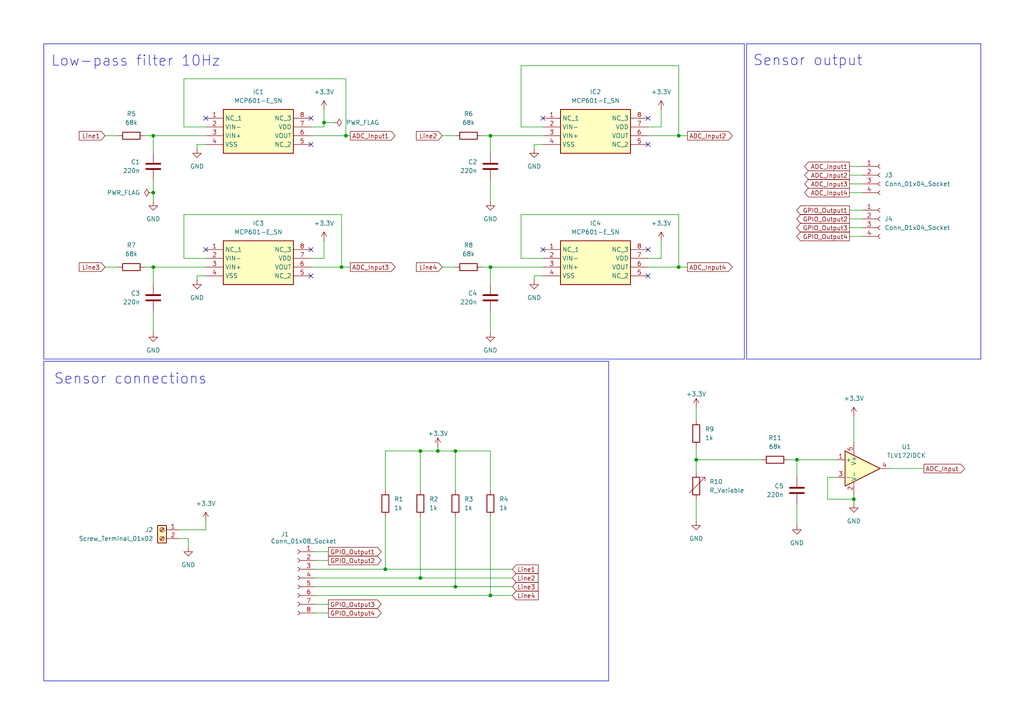
<source format=kicad_sch>
(kicad_sch (version 20231120) (generator "eeschema") (generator_version "8.0")
  (paper "A4")
  (lib_symbols
    (symbol "Amplifier_Operational:TLV172IDCK" (pin_names (offset 0.127))
      (property "Reference" "U" (at 7.62 2.54 0))
      (property "Value" "TLV172IDCK" (at 11.43 -2.54 0))
      (symbol "TLV172IDCK_0_1"
        (polyline (pts (xy -2.54 5.08) (xy -2.54 -5.08) (xy 7.62 0) (xy -2.54 5.08)) (stroke (width 0.254)) (fill (type background)))
      )
      (symbol "TLV172IDCK_1_1"
        (pin input line (at -5.08 2.54 0) (length 2.54) (name "+") (number "1"))
        (pin power_in line (at 0 -7.62 90) (length 3.81) (name "V-") (number "2"))
        (pin input line (at -5.08 -2.54 0) (length 2.54) (name "-") (number "3"))
        (pin output line (at 10.16 0 180) (length 2.54) (name "~") (number "4"))
        (pin power_in line (at 0 7.62 270) (length 3.81) (name "V+") (number "5"))
      )
    )
    (symbol "Connector:Conn_01x04_Socket" (pin_names (offset 1.016) hide)
      (property "Reference" "J" (at 0 5.08 0))
      (property "Value" "Conn_01x04_Socket" (at 0 -7.62 0))
      (symbol "Conn_01x04_Socket_1_1"
        (arc (start 0 -4.572) (mid -0.5058 -5.08) (end 0 -5.588) (stroke (width 0.1524)))
        (arc (start 0 -2.032) (mid -0.5058 -2.54) (end 0 -3.048) (stroke (width 0.1524)))
        (polyline (pts (xy -1.27 -5.08) (xy -0.508 -5.08)) (stroke (width 0.1524)))
        (polyline (pts (xy -1.27 -2.54) (xy -0.508 -2.54)) (stroke (width 0.1524)))
        (polyline (pts (xy -1.27 0) (xy -0.508 0)) (stroke (width 0.1524)))
        (polyline (pts (xy -1.27 2.54) (xy -0.508 2.54)) (stroke (width 0.1524)))
        (arc (start 0 0.508) (mid -0.5058 0) (end 0 -0.508) (stroke (width 0.1524)))
        (arc (start 0 3.048) (mid -0.5058 2.54) (end 0 2.032) (stroke (width 0.1524)))
        (pin passive line (at -5.08 2.54 0) (length 3.81) (name "Pin_1") (number "1"))
        (pin passive line (at -5.08 0 0) (length 3.81) (name "Pin_2") (number "2"))
        (pin passive line (at -5.08 -2.54 0) (length 3.81) (name "Pin_3") (number "3"))
        (pin passive line (at -5.08 -5.08 0) (length 3.81) (name "Pin_4") (number "4"))
      )
    )
    (symbol "Connector:Conn_01x08_Socket" (pin_names (offset 1.016) hide)
      (property "Reference" "J" (at 0 10.16 0))
      (property "Value" "Conn_01x08_Socket" (at 0 -12.7 0))
      (symbol "Conn_01x08_Socket_1_1"
        (arc (start 0 -9.652) (mid -0.5058 -10.16) (end 0 -10.668) (stroke (width 0.1524)))
        (arc (start 0 -7.112) (mid -0.5058 -7.62) (end 0 -8.128) (stroke (width 0.1524)))
        (arc (start 0 -4.572) (mid -0.5058 -5.08) (end 0 -5.588) (stroke (width 0.1524)))
        (arc (start 0 -2.032) (mid -0.5058 -2.54) (end 0 -3.048) (stroke (width 0.1524)))
        (polyline (pts (xy -1.27 -10.16) (xy -0.508 -10.16)) (stroke (width 0.1524)))
        (polyline (pts (xy -1.27 -7.62) (xy -0.508 -7.62)) (stroke (width 0.1524)))
        (polyline (pts (xy -1.27 -5.08) (xy -0.508 -5.08)) (stroke (width 0.1524)))
        (polyline (pts (xy -1.27 -2.54) (xy -0.508 -2.54)) (stroke (width 0.1524)))
        (polyline (pts (xy -1.27 0) (xy -0.508 0)) (stroke (width 0.1524)))
        (polyline (pts (xy -1.27 2.54) (xy -0.508 2.54)) (stroke (width 0.1524)))
        (polyline (pts (xy -1.27 5.08) (xy -0.508 5.08)) (stroke (width 0.1524)))
        (polyline (pts (xy -1.27 7.62) (xy -0.508 7.62)) (stroke (width 0.1524)))
        (arc (start 0 0.508) (mid -0.5058 0) (end 0 -0.508) (stroke (width 0.1524)))
        (arc (start 0 3.048) (mid -0.5058 2.54) (end 0 2.032) (stroke (width 0.1524)))
        (arc (start 0 5.588) (mid -0.5058 5.08) (end 0 4.572) (stroke (width 0.1524)))
        (arc (start 0 8.128) (mid -0.5058 7.62) (end 0 7.112) (stroke (width 0.1524)))
        (pin passive line (at -5.08 7.62 0) (length 3.81) (name "Pin_1") (number "1"))
        (pin passive line (at -5.08 5.08 0) (length 3.81) (name "Pin_2") (number "2"))
        (pin passive line (at -5.08 2.54 0) (length 3.81) (name "Pin_3") (number "3"))
        (pin passive line (at -5.08 0 0) (length 3.81) (name "Pin_4") (number "4"))
        (pin passive line (at -5.08 -2.54 0) (length 3.81) (name "Pin_5") (number "5"))
        (pin passive line (at -5.08 -5.08 0) (length 3.81) (name "Pin_6") (number "6"))
        (pin passive line (at -5.08 -7.62 0) (length 3.81) (name "Pin_7") (number "7"))
        (pin passive line (at -5.08 -10.16 0) (length 3.81) (name "Pin_8") (number "8"))
      )
    )
    (symbol "Connector:Screw_Terminal_01x02" (pin_names (offset 1.016) hide)
      (property "Reference" "J" (at 0 2.54 0))
      (property "Value" "Screw_Terminal_01x02" (at 0 -5.08 0))
      (symbol "Screw_Terminal_01x02_1_1"
        (rectangle (start -1.27 1.27) (end 1.27 -3.81) (stroke (width 0.254)) (fill (type background)))
        (circle (center 0 -2.54) (radius 0.635) (stroke (width 0.1524)))
        (polyline (pts (xy -0.5334 -2.2098) (xy 0.3302 -3.048)) (stroke (width 0.1524)))
        (polyline (pts (xy -0.5334 0.3302) (xy 0.3302 -0.508)) (stroke (width 0.1524)))
        (polyline (pts (xy -0.3556 -2.032) (xy 0.508 -2.8702)) (stroke (width 0.1524)))
        (polyline (pts (xy -0.3556 0.508) (xy 0.508 -0.3302)) (stroke (width 0.1524)))
        (circle (center 0 0) (radius 0.635) (stroke (width 0.1524)))
        (pin passive line (at -5.08 0 0) (length 3.81) (name "Pin_1") (number "1"))
        (pin passive line (at -5.08 -2.54 0) (length 3.81) (name "Pin_2") (number "2"))
      )
    )
    (symbol "Device:C" (pin_numbers hide) (pin_names (offset 0.254))
      (property "Reference" "C" (at 0.635 2.54 0))
      (property "Value" "C" (at 0.635 -2.54 0))
      (symbol "C_0_1"
        (polyline (pts (xy -2.032 -0.762) (xy 2.032 -0.762)) (stroke (width 0.508)))
        (polyline (pts (xy -2.032 0.762) (xy 2.032 0.762)) (stroke (width 0.508)))
      )
      (symbol "C_1_1"
        (pin passive line (at 0 3.81 270) (length 2.794) (name "~") (number "1"))
        (pin passive line (at 0 -3.81 90) (length 2.794) (name "~") (number "2"))
      )
    )
    (symbol "Device:R" (pin_numbers hide) (pin_names (offset 0))
      (property "Reference" "R" (at 2.032 0 90))
      (property "Value" "R" (at 0 0 90))
      (symbol "R_0_1"
        (rectangle (start -1.016 -2.54) (end 1.016 2.54) (stroke (width 0.254)))
      )
      (symbol "R_1_1"
        (pin passive line (at 0 3.81 270) (length 1.27) (name "~") (number "1"))
        (pin passive line (at 0 -3.81 90) (length 1.27) (name "~") (number "2"))
      )
    )
    (symbol "Device:R_Variable" (pin_numbers hide) (pin_names (offset 0))
      (property "Reference" "R" (at 2.54 -2.54 90))
      (property "Value" "R_Variable" (at -2.54 -1.27 90))
      (symbol "R_Variable_0_1"
        (rectangle (start -1.016 -2.54) (end 1.016 2.54) (stroke (width 0.254)))
        (polyline (pts (xy 2.54 1.524) (xy 2.54 2.54) (xy 1.524 2.54) (xy 2.54 2.54) (xy -2.032 -2.032)))
      )
      (symbol "R_Variable_1_1"
        (pin passive line (at 0 3.81 270) (length 1.27) (name "~") (number "1"))
        (pin passive line (at 0 -3.81 90) (length 1.27) (name "~") (number "2"))
      )
    )
    (symbol "MCP601-E_SN:MCP601-E_SN"
      (property "Reference" "IC" (at 26.67 7.62 0))
      (property "Value" "MCP601-E_SN" (at 26.67 5.08 0))
      (symbol "MCP601-E_SN_1_1"
        (rectangle (start 5.08 2.54) (end 25.4 -10.16) (stroke (width 0.254)) (fill (type background)))
        (pin passive line (at 0 0 0) (length 5.08) (name "NC_1") (number "1"))
        (pin passive line (at 0 -2.54 0) (length 5.08) (name "VIN-") (number "2"))
        (pin passive line (at 0 -5.08 0) (length 5.08) (name "VIN+") (number "3"))
        (pin passive line (at 0 -7.62 0) (length 5.08) (name "VSS") (number "4"))
        (pin passive line (at 30.48 -7.62 180) (length 5.08) (name "NC_2") (number "5"))
        (pin passive line (at 30.48 -5.08 180) (length 5.08) (name "VOUT") (number "6"))
        (pin passive line (at 30.48 -2.54 180) (length 5.08) (name "VDD") (number "7"))
        (pin passive line (at 30.48 0 180) (length 5.08) (name "NC_3") (number "8"))
      )
    )
    (symbol "power:+3.3V" (power) (pin_numbers hide) (pin_names (offset 0) hide)
      (property "Value" "+3.3V" (at 0 3.556 0))
      (symbol "+3.3V_0_1"
        (polyline (pts (xy -0.762 1.27) (xy 0 2.54)))
        (polyline (pts (xy 0 0) (xy 0 2.54)))
        (polyline (pts (xy 0 2.54) (xy 0.762 1.27)))
      )
      (symbol "+3.3V_1_1"
        (pin power_in line (at 0 0 90) (length 0) (name "~") (number "1"))
      )
    )
    (symbol "power:GND" (power) (pin_numbers hide) (pin_names (offset 0) hide)
      (property "Value" "GND" (at 0 -3.81 0))
      (symbol "GND_0_1"
        (polyline (pts (xy 0 0) (xy 0 -1.27) (xy 1.27 -1.27) (xy 0 -2.54) (xy -1.27 -1.27) (xy 0 -1.27)))
      )
      (symbol "GND_1_1"
        (pin power_in line (at 0 0 270) (length 0) (name "~") (number "1"))
      )
    )
    (symbol "power:PWR_FLAG" (power) (pin_numbers hide) (pin_names (offset 0) hide)
      (property "Value" "PWR_FLAG" (at 0 3.81 0))
      (symbol "PWR_FLAG_0_0"
        (pin power_out line (at 0 0 90) (length 0) (name "~") (number "1"))
      )
      (symbol "PWR_FLAG_0_1"
        (polyline (pts (xy 0 0) (xy 0 1.27) (xy -1.016 1.905) (xy 0 2.54) (xy 1.016 1.905) (xy 0 1.27)))
      )
    )
  )
  (junction (at 201.93 133.35))
  (junction (at 196.85 77.47))
  (junction (at 44.45 77.47))
  (junction (at 247.65 144.78))
  (junction (at 132.08 130.81))
  (junction (at 99.06 77.47))
  (junction (at 132.08 170.18))
  (junction (at 121.92 130.81))
  (junction (at 231.14 133.35))
  (junction (at 100.33 39.37))
  (junction (at 142.24 77.47))
  (junction (at 127 130.81))
  (junction (at 111.76 165.1))
  (junction (at 121.92 167.64))
  (junction (at 44.45 55.88))
  (junction (at 142.24 39.37))
  (junction (at 142.24 172.72))
  (junction (at 93.98 35.56))
  (junction (at 196.85 39.37))
  (junction (at 44.45 39.37))
  (no_connect (at 187.96 41.91))
  (no_connect (at 90.17 41.91))
  (no_connect (at 90.17 80.01))
  (no_connect (at 59.69 72.39))
  (no_connect (at 187.96 72.39))
  (no_connect (at 90.17 34.29))
  (no_connect (at 59.69 34.29))
  (no_connect (at 157.48 34.29))
  (no_connect (at 157.48 72.39))
  (no_connect (at 90.17 72.39))
  (no_connect (at 187.96 34.29))
  (no_connect (at 187.96 80.01))
  (wire (pts (xy 246.38 68.58) (xy 250.19 68.58)))
  (wire (pts (xy 228.6 133.35) (xy 231.14 133.35)))
  (wire (pts (xy 242.57 138.43) (xy 240.03 138.43)))
  (wire (pts (xy 151.13 62.23) (xy 196.85 62.23)))
  (wire (pts (xy 240.03 144.78) (xy 247.65 144.78)))
  (wire (pts (xy 91.44 165.1) (xy 111.76 165.1)))
  (wire (pts (xy 242.57 133.35) (xy 231.14 133.35)))
  (wire (pts (xy 127 130.81) (xy 121.92 130.81)))
  (wire (pts (xy 44.45 77.47) (xy 59.69 77.47)))
  (wire (pts (xy 111.76 130.81) (xy 111.76 142.24)))
  (wire (pts (xy 142.24 172.72) (xy 148.59 172.72)))
  (wire (pts (xy 99.06 77.47) (xy 101.6 77.47)))
  (wire (pts (xy 121.92 149.86) (xy 121.92 167.64)))
  (wire (pts (xy 201.93 144.78) (xy 201.93 151.13)))
  (wire (pts (xy 93.98 69.85) (xy 93.98 74.93)))
  (wire (pts (xy 44.45 52.07) (xy 44.45 55.88)))
  (wire (pts (xy 187.96 77.47) (xy 196.85 77.47)))
  (wire (pts (xy 246.38 55.88) (xy 250.19 55.88)))
  (wire (pts (xy 57.15 41.91) (xy 59.69 41.91)))
  (wire (pts (xy 231.14 133.35) (xy 231.14 138.43)))
  (wire (pts (xy 95.25 162.56) (xy 91.44 162.56)))
  (wire (pts (xy 257.81 135.89) (xy 267.97 135.89)))
  (wire (pts (xy 30.48 77.47) (xy 34.29 77.47)))
  (wire (pts (xy 151.13 19.05) (xy 196.85 19.05)))
  (wire (pts (xy 201.93 118.11) (xy 201.93 121.92)))
  (wire (pts (xy 54.61 156.21) (xy 52.07 156.21)))
  (wire (pts (xy 151.13 36.83) (xy 151.13 19.05)))
  (wire (pts (xy 96.52 35.56) (xy 93.98 35.56)))
  (wire (pts (xy 95.25 160.02) (xy 91.44 160.02)))
  (wire (pts (xy 154.94 81.28) (xy 154.94 80.01)))
  (wire (pts (xy 142.24 52.07) (xy 142.24 58.42)))
  (wire (pts (xy 247.65 146.05) (xy 247.65 144.78)))
  (wire (pts (xy 196.85 62.23) (xy 196.85 77.47)))
  (wire (pts (xy 142.24 149.86) (xy 142.24 172.72)))
  (wire (pts (xy 90.17 77.47) (xy 99.06 77.47)))
  (wire (pts (xy 151.13 74.93) (xy 151.13 62.23)))
  (wire (pts (xy 121.92 130.81) (xy 111.76 130.81)))
  (wire (pts (xy 53.34 74.93) (xy 53.34 62.23)))
  (wire (pts (xy 44.45 90.17) (xy 44.45 96.52)))
  (wire (pts (xy 121.92 142.24) (xy 121.92 130.81)))
  (wire (pts (xy 201.93 133.35) (xy 220.98 133.35)))
  (wire (pts (xy 247.65 144.78) (xy 247.65 143.51)))
  (wire (pts (xy 201.93 133.35) (xy 201.93 137.16)))
  (wire (pts (xy 142.24 90.17) (xy 142.24 96.52)))
  (wire (pts (xy 187.96 36.83) (xy 191.77 36.83)))
  (wire (pts (xy 154.94 41.91) (xy 157.48 41.91)))
  (wire (pts (xy 53.34 36.83) (xy 59.69 36.83)))
  (wire (pts (xy 57.15 80.01) (xy 59.69 80.01)))
  (wire (pts (xy 196.85 77.47) (xy 199.39 77.47)))
  (wire (pts (xy 196.85 19.05) (xy 196.85 39.37)))
  (wire (pts (xy 246.38 53.34) (xy 250.19 53.34)))
  (wire (pts (xy 142.24 130.81) (xy 132.08 130.81)))
  (wire (pts (xy 187.96 39.37) (xy 196.85 39.37)))
  (wire (pts (xy 91.44 170.18) (xy 132.08 170.18)))
  (wire (pts (xy 91.44 172.72) (xy 142.24 172.72)))
  (wire (pts (xy 111.76 149.86) (xy 111.76 165.1)))
  (wire (pts (xy 247.65 120.65) (xy 247.65 128.27)))
  (wire (pts (xy 142.24 44.45) (xy 142.24 39.37)))
  (wire (pts (xy 44.45 55.88) (xy 44.45 58.42)))
  (wire (pts (xy 187.96 74.93) (xy 191.77 74.93)))
  (wire (pts (xy 90.17 74.93) (xy 93.98 74.93)))
  (wire (pts (xy 95.25 177.8) (xy 91.44 177.8)))
  (wire (pts (xy 90.17 39.37) (xy 100.33 39.37)))
  (wire (pts (xy 57.15 43.18) (xy 57.15 41.91)))
  (wire (pts (xy 57.15 81.28) (xy 57.15 80.01)))
  (wire (pts (xy 54.61 158.75) (xy 54.61 156.21)))
  (wire (pts (xy 41.91 77.47) (xy 44.45 77.47)))
  (wire (pts (xy 100.33 39.37) (xy 101.6 39.37)))
  (wire (pts (xy 151.13 36.83) (xy 157.48 36.83)))
  (wire (pts (xy 111.76 165.1) (xy 148.59 165.1)))
  (wire (pts (xy 191.77 31.75) (xy 191.77 36.83)))
  (wire (pts (xy 246.38 60.96) (xy 250.19 60.96)))
  (wire (pts (xy 148.59 170.18) (xy 132.08 170.18)))
  (wire (pts (xy 53.34 74.93) (xy 59.69 74.93)))
  (wire (pts (xy 142.24 39.37) (xy 157.48 39.37)))
  (wire (pts (xy 139.7 39.37) (xy 142.24 39.37)))
  (wire (pts (xy 121.92 167.64) (xy 148.59 167.64)))
  (wire (pts (xy 246.38 50.8) (xy 250.19 50.8)))
  (wire (pts (xy 53.34 36.83) (xy 53.34 22.86)))
  (wire (pts (xy 93.98 35.56) (xy 93.98 36.83)))
  (wire (pts (xy 52.07 153.67) (xy 59.69 153.67)))
  (wire (pts (xy 151.13 74.93) (xy 157.48 74.93)))
  (wire (pts (xy 53.34 62.23) (xy 99.06 62.23)))
  (wire (pts (xy 142.24 77.47) (xy 157.48 77.47)))
  (wire (pts (xy 90.17 36.83) (xy 93.98 36.83)))
  (wire (pts (xy 127 129.54) (xy 127 130.81)))
  (wire (pts (xy 132.08 149.86) (xy 132.08 170.18)))
  (wire (pts (xy 91.44 167.64) (xy 121.92 167.64)))
  (wire (pts (xy 95.25 175.26) (xy 91.44 175.26)))
  (wire (pts (xy 142.24 142.24) (xy 142.24 130.81)))
  (wire (pts (xy 132.08 130.81) (xy 127 130.81)))
  (wire (pts (xy 128.27 39.37) (xy 132.08 39.37)))
  (wire (pts (xy 132.08 142.24) (xy 132.08 130.81)))
  (wire (pts (xy 246.38 48.26) (xy 250.19 48.26)))
  (wire (pts (xy 142.24 82.55) (xy 142.24 77.47)))
  (wire (pts (xy 231.14 146.05) (xy 231.14 152.4)))
  (wire (pts (xy 99.06 62.23) (xy 99.06 77.47)))
  (wire (pts (xy 201.93 129.54) (xy 201.93 133.35)))
  (wire (pts (xy 196.85 39.37) (xy 199.39 39.37)))
  (wire (pts (xy 53.34 22.86) (xy 100.33 22.86)))
  (wire (pts (xy 240.03 138.43) (xy 240.03 144.78)))
  (wire (pts (xy 30.48 39.37) (xy 34.29 39.37)))
  (wire (pts (xy 41.91 39.37) (xy 44.45 39.37)))
  (wire (pts (xy 44.45 82.55) (xy 44.45 77.47)))
  (wire (pts (xy 191.77 69.85) (xy 191.77 74.93)))
  (wire (pts (xy 44.45 39.37) (xy 59.69 39.37)))
  (wire (pts (xy 154.94 80.01) (xy 157.48 80.01)))
  (wire (pts (xy 59.69 153.67) (xy 59.69 151.13)))
  (wire (pts (xy 100.33 22.86) (xy 100.33 39.37)))
  (wire (pts (xy 128.27 77.47) (xy 132.08 77.47)))
  (wire (pts (xy 154.94 43.18) (xy 154.94 41.91)))
  (wire (pts (xy 139.7 77.47) (xy 142.24 77.47)))
  (wire (pts (xy 246.38 63.5) (xy 250.19 63.5)))
  (wire (pts (xy 246.38 66.04) (xy 250.19 66.04)))
  (wire (pts (xy 44.45 44.45) (xy 44.45 39.37)))
  (wire (pts (xy 93.98 31.75) (xy 93.98 35.56)))
  (rectangle (start 12.7 104.775) (end 176.53 197.485))
  (rectangle (start 12.7 12.7) (end 215.9 104.14))
  (rectangle (start 216.535 12.7) (end 284.48 104.14))
  (text "Sensor connections\n\n\n" (at 37.846 114.808 0) (effects (font (size 3 3))))
  (text "Low-pass filter 10Hz" (at 39.37 17.78 0) (effects (font (size 3 3))))
  (text "Sensor output \n\n" (at 235.458 20.066 0) (effects (font (size 3 3))))
  (global_label "Line3" (shape input) (at 148.59 170.18 0) (property "Intersheetrefs" "${INTERSHEET_REFS}" (effects (hide yes))))
  (global_label "Line1" (shape input) (at 30.48 39.37 180) (property "Intersheetrefs" "${INTERSHEET_REFS}" (effects (hide yes))))
  (global_label "GPIO_Output2" (shape output) (at 246.38 63.5 180) (property "Intersheetrefs" "${INTERSHEET_REFS}" (effects (hide yes))))
  (global_label "GPIO_Output3" (shape output) (at 246.38 66.04 180) (property "Intersheetrefs" "${INTERSHEET_REFS}" (effects (hide yes))))
  (global_label "ADC_Input4" (shape output) (at 199.39 77.47 0) (property "Intersheetrefs" "${INTERSHEET_REFS}" (effects (hide yes))))
  (global_label "Line1" (shape input) (at 148.59 165.1 0) (property "Intersheetrefs" "${INTERSHEET_REFS}" (effects (hide yes))))
  (global_label "GPIO_Output2" (shape output) (at 95.25 162.56 0) (property "Intersheetrefs" "${INTERSHEET_REFS}" (effects (hide yes))))
  (global_label "Line2" (shape input) (at 148.59 167.64 0) (property "Intersheetrefs" "${INTERSHEET_REFS}" (effects (hide yes))))
  (global_label "ADC_Input1" (shape output) (at 246.38 48.26 180) (property "Intersheetrefs" "${INTERSHEET_REFS}" (effects (hide yes))))
  (global_label "Line3" (shape input) (at 30.48 77.47 180) (property "Intersheetrefs" "${INTERSHEET_REFS}" (effects (hide yes))))
  (global_label "ADC_Input1" (shape output) (at 101.6 39.37 0) (property "Intersheetrefs" "${INTERSHEET_REFS}" (effects (hide yes))))
  (global_label "Line4" (shape input) (at 128.27 77.47 180) (property "Intersheetrefs" "${INTERSHEET_REFS}" (effects (hide yes))))
  (global_label "Line2" (shape input) (at 128.27 39.37 180) (property "Intersheetrefs" "${INTERSHEET_REFS}" (effects (hide yes))))
  (global_label "Line4" (shape input) (at 148.59 172.72 0) (property "Intersheetrefs" "${INTERSHEET_REFS}" (effects (hide yes))))
  (global_label "ADC_Input2" (shape output) (at 246.38 50.8 180) (property "Intersheetrefs" "${INTERSHEET_REFS}" (effects (hide yes))))
  (global_label "ADC_Input4" (shape output) (at 246.38 55.88 180) (property "Intersheetrefs" "${INTERSHEET_REFS}" (effects (hide yes))))
  (global_label "GPIO_Output3" (shape output) (at 95.25 175.26 0) (property "Intersheetrefs" "${INTERSHEET_REFS}" (effects (hide yes))))
  (global_label "GPIO_Output1" (shape output) (at 95.25 160.02 0) (property "Intersheetrefs" "${INTERSHEET_REFS}" (effects (hide yes))))
  (global_label "ADC_Input2" (shape output) (at 199.39 39.37 0) (property "Intersheetrefs" "${INTERSHEET_REFS}" (effects (hide yes))))
  (global_label "GPIO_Output1" (shape output) (at 246.38 60.96 180) (property "Intersheetrefs" "${INTERSHEET_REFS}" (effects (hide yes))))
  (global_label "ADC_Input3" (shape output) (at 246.38 53.34 180) (property "Intersheetrefs" "${INTERSHEET_REFS}" (effects (hide yes))))
  (global_label "GPIO_Output4" (shape output) (at 246.38 68.58 180) (property "Intersheetrefs" "${INTERSHEET_REFS}" (effects (hide yes))))
  (global_label "ADC_Input3" (shape output) (at 101.6 77.47 0) (property "Intersheetrefs" "${INTERSHEET_REFS}" (effects (hide yes))))
  (global_label "GPIO_Output4" (shape output) (at 95.25 177.8 0) (property "Intersheetrefs" "${INTERSHEET_REFS}" (effects (hide yes))))
  (global_label "ADC_Input" (shape output) (at 267.97 135.89 0) (property "Intersheetrefs" "${INTERSHEET_REFS}" (effects (hide yes))))
  (symbol (lib_id "Device:R_Variable") (at 201.93 140.97 0) (unit 1) (on_board no)
    (property "Reference" "R10" (at 205.74 139.6999 0) (effects (justify left)))
    (property "Value" "R_Variable" (at 205.74 142.2399 0) (effects (justify left)))
    (property "Description" "Variable resistor" (effects (hide yes)))
  )
  (symbol (lib_id "Device:R") (at 121.92 146.05 180) (unit 1)
    (property "Reference" "R2" (at 124.46 144.7799 0) (effects (justify right)))
    (property "Value" "1k" (at 124.46 147.3199 0) (effects (justify right)))
    (property "Footprint" "Resistor_THT:R_Axial_DIN0207_L6.3mm_D2.5mm_P7.62mm_Horizontal" (effects (hide yes)))
    (property "Description" "Resistor" (effects (hide yes)))
  )
  (symbol (lib_id "Connector:Conn_01x08_Socket") (at 86.36 167.64 0) (mirror y) (unit 1)
    (property "Reference" "J1" (at 83.82 154.94 0) (effects (justify left)))
    (property "Value" "Conn_01x08_Socket" (at 97.536 156.972 0) (effects (justify left)))
    (property "Footprint" "Connector_PinSocket_2.54mm:PinSocket_1x08_P2.54mm_Vertical" (effects (hide yes)))
    (property "Description" "Generic connector, single row, 01x08, script generated" (effects (hide yes)))
  )
  (symbol (lib_id "power:GND") (at 201.93 151.13 0) (unit 1) (on_board no)
    (property "Reference" "#PWR021" (effects (hide yes)))
    (property "Value" "GND" (at 201.93 156.21 0))
    (property "Description" "Power symbol creates a global label with name \"GND\" , ground" (effects (hide yes)))
  )
  (symbol (lib_id "power:GND") (at 142.24 96.52 0) (unit 1)
    (property "Reference" "#PWR012" (effects (hide yes)))
    (property "Value" "GND" (at 142.24 101.6 0))
    (property "Description" "Power symbol creates a global label with name \"GND\" , ground" (effects (hide yes)))
  )
  (symbol (lib_id "Connector:Conn_01x04_Socket") (at 255.27 63.5 0) (unit 1)
    (property "Reference" "J4" (at 256.54 63.4999 0) (effects (justify left)))
    (property "Value" "Conn_01x04_Socket" (at 256.54 66.0399 0) (effects (justify left)))
    (property "Footprint" "Connector_PinSocket_2.54mm:PinSocket_1x04_P2.54mm_Vertical" (effects (hide yes)))
    (property "Description" "Generic connector, single row, 01x04, script generated" (effects (hide yes)))
  )
  (symbol (lib_id "Device:C") (at 231.14 142.24 0) (mirror y) (unit 1) (on_board no)
    (property "Reference" "C5" (at 227.33 140.9699 0) (effects (justify left)))
    (property "Value" "220n" (at 227.33 143.5099 0) (effects (justify left)))
    (property "Footprint" "Capacitor_THT:CP_Radial_Tantal_D4.5mm_P2.50mm" (effects (hide yes)))
    (property "Description" "Unpolarized capacitor" (effects (hide yes)))
  )
  (symbol (lib_id "MCP601-E_SN:MCP601-E_SN") (at 157.48 34.29 0) (unit 1)
    (property "Reference" "IC2" (at 172.72 26.67 0))
    (property "Value" "MCP601-E_SN" (at 172.72 29.21 0))
    (property "Footprint" "Imported:SOIC127P600X175-8N" (effects (hide yes)))
    (property "Datasheet" "https://componentsearchengine.com/Datasheets/1/MCP601-E_SN.pdf" (effects (hide yes)))
    (property "Description" "MCP601-E/SN Microchip, Op Amp, 2.8MHz, 2.7  6 V, 8-Pin SOIC" (effects (hide yes)))
    (property "Height" "1.75" (effects (hide yes)))
    (property "Mouser Part Number" "579-MCP601-E/SN" (effects (hide yes)))
    (property "Mouser Price/Stock" "https://www.mouser.co.uk/ProductDetail/Microchip-Technology/MCP601-E-SN?qs=t4j2cOJKO60oxA457%2F0qmQ%3D%3D" (effects (hide yes)))
    (property "Manufacturer_Name" "Microchip" (effects (hide yes)))
    (property "Manufacturer_Part_Number" "MCP601-E/SN" (effects (hide yes)))
  )
  (symbol (lib_id "MCP601-E_SN:MCP601-E_SN") (at 59.69 34.29 0) (unit 1)
    (property "Reference" "IC1" (at 74.93 26.67 0))
    (property "Value" "MCP601-E_SN" (at 74.93 29.21 0))
    (property "Footprint" "Imported:SOIC127P600X175-8N" (effects (hide yes)))
    (property "Datasheet" "https://componentsearchengine.com/Datasheets/1/MCP601-E_SN.pdf" (effects (hide yes)))
    (property "Description" "MCP601-E/SN Microchip, Op Amp, 2.8MHz, 2.7  6 V, 8-Pin SOIC" (effects (hide yes)))
    (property "Height" "1.75" (effects (hide yes)))
    (property "Mouser Part Number" "579-MCP601-E/SN" (effects (hide yes)))
    (property "Mouser Price/Stock" "https://www.mouser.co.uk/ProductDetail/Microchip-Technology/MCP601-E-SN?qs=t4j2cOJKO60oxA457%2F0qmQ%3D%3D" (effects (hide yes)))
    (property "Manufacturer_Name" "Microchip" (effects (hide yes)))
    (property "Manufacturer_Part_Number" "MCP601-E/SN" (effects (hide yes)))
  )
  (symbol (lib_id "Device:R") (at 135.89 77.47 90) (unit 1)
    (property "Reference" "R8" (at 135.89 71.12 90))
    (property "Value" "68k" (at 135.89 73.66 90))
    (property "Footprint" "Resistor_THT:R_Axial_DIN0207_L6.3mm_D2.5mm_P7.62mm_Horizontal" (effects (hide yes)))
    (property "Description" "Resistor" (effects (hide yes)))
  )
  (symbol (lib_id "power:PWR_FLAG") (at 44.45 55.88 90) (unit 1)
    (property "Reference" "#FLG02" (effects (hide yes)))
    (property "Value" "PWR_FLAG" (at 40.64 55.8799 90) (effects (justify left)))
    (property "Description" "Special symbol for telling ERC where power comes from" (effects (hide yes)))
  )
  (symbol (lib_id "Connector:Screw_Terminal_01x02") (at 46.99 153.67 0) (mirror y) (unit 1)
    (property "Reference" "J2" (at 44.45 153.6699 0) (effects (justify left)))
    (property "Value" "Screw_Terminal_01x02" (at 44.45 156.2099 0) (effects (justify left)))
    (property "Footprint" "TerminalBlock:TerminalBlock_MaiXu_MX126-5.0-02P_1x02_P5.00mm" (effects (hide yes)))
    (property "Description" "Generic screw terminal, single row, 01x02, script generated (kicad-library-utils/schlib/autogen/connector/)" (effects (hide yes)))
  )
  (symbol (lib_id "power:GND") (at 247.65 146.05 0) (unit 1) (on_board no)
    (property "Reference" "#PWR022" (effects (hide yes)))
    (property "Value" "GND" (at 247.65 151.13 0))
    (property "Description" "Power symbol creates a global label with name \"GND\" , ground" (effects (hide yes)))
  )
  (symbol (lib_id "Device:C") (at 142.24 48.26 0) (mirror y) (unit 1)
    (property "Reference" "C2" (at 138.43 46.9899 0) (effects (justify left)))
    (property "Value" "220n" (at 138.43 49.5299 0) (effects (justify left)))
    (property "Footprint" "Capacitor_THT:CP_Radial_Tantal_D4.5mm_P2.50mm" (effects (hide yes)))
    (property "Description" "Unpolarized capacitor" (effects (hide yes)))
  )
  (symbol (lib_id "power:PWR_FLAG") (at 96.52 35.56 270) (unit 1)
    (property "Reference" "#FLG01" (effects (hide yes)))
    (property "Value" "PWR_FLAG" (at 100.33 35.5599 90) (effects (justify left)))
    (property "Description" "Special symbol for telling ERC where power comes from" (effects (hide yes)))
  )
  (symbol (lib_id "Device:R") (at 142.24 146.05 180) (unit 1)
    (property "Reference" "R4" (at 144.78 144.7799 0) (effects (justify right)))
    (property "Value" "1k" (at 144.78 147.3199 0) (effects (justify right)))
    (property "Footprint" "Resistor_THT:R_Axial_DIN0207_L6.3mm_D2.5mm_P7.62mm_Horizontal" (effects (hide yes)))
    (property "Description" "Resistor" (effects (hide yes)))
  )
  (symbol (lib_id "power:GND") (at 57.15 81.28 0) (unit 1)
    (property "Reference" "#PWR09" (effects (hide yes)))
    (property "Value" "GND" (at 57.15 86.36 0))
    (property "Description" "Power symbol creates a global label with name \"GND\" , ground" (effects (hide yes)))
  )
  (symbol (lib_id "MCP601-E_SN:MCP601-E_SN") (at 59.69 72.39 0) (unit 1)
    (property "Reference" "IC3" (at 74.93 64.77 0))
    (property "Value" "MCP601-E_SN" (at 74.93 67.31 0))
    (property "Footprint" "Imported:SOIC127P600X175-8N" (effects (hide yes)))
    (property "Datasheet" "https://componentsearchengine.com/Datasheets/1/MCP601-E_SN.pdf" (effects (hide yes)))
    (property "Description" "MCP601-E/SN Microchip, Op Amp, 2.8MHz, 2.7  6 V, 8-Pin SOIC" (effects (hide yes)))
    (property "Height" "1.75" (effects (hide yes)))
    (property "Mouser Part Number" "579-MCP601-E/SN" (effects (hide yes)))
    (property "Mouser Price/Stock" "https://www.mouser.co.uk/ProductDetail/Microchip-Technology/MCP601-E-SN?qs=t4j2cOJKO60oxA457%2F0qmQ%3D%3D" (effects (hide yes)))
    (property "Manufacturer_Name" "Microchip" (effects (hide yes)))
    (property "Manufacturer_Part_Number" "MCP601-E/SN" (effects (hide yes)))
  )
  (symbol (lib_id "Device:C") (at 44.45 86.36 0) (mirror y) (unit 1)
    (property "Reference" "C3" (at 40.64 85.0899 0) (effects (justify left)))
    (property "Value" "220n" (at 40.64 87.6299 0) (effects (justify left)))
    (property "Footprint" "Capacitor_THT:CP_Radial_Tantal_D4.5mm_P2.50mm" (effects (hide yes)))
    (property "Description" "Unpolarized capacitor" (effects (hide yes)))
  )
  (symbol (lib_id "Device:R") (at 38.1 39.37 90) (unit 1)
    (property "Reference" "R5" (at 38.1 33.02 90))
    (property "Value" "68k" (at 38.1 35.56 90))
    (property "Footprint" "Resistor_THT:R_Axial_DIN0207_L6.3mm_D2.5mm_P7.62mm_Horizontal" (effects (hide yes)))
    (property "Description" "Resistor" (effects (hide yes)))
  )
  (symbol (lib_id "Device:C") (at 142.24 86.36 0) (mirror y) (unit 1)
    (property "Reference" "C4" (at 138.43 85.0899 0) (effects (justify left)))
    (property "Value" "220n" (at 138.43 87.6299 0) (effects (justify left)))
    (property "Footprint" "Capacitor_THT:CP_Radial_Tantal_D4.5mm_P2.50mm" (effects (hide yes)))
    (property "Description" "Unpolarized capacitor" (effects (hide yes)))
  )
  (symbol (lib_id "power:GND") (at 231.14 152.4 0) (unit 1) (on_board no)
    (property "Reference" "#PWR023" (effects (hide yes)))
    (property "Value" "GND" (at 231.14 157.48 0))
    (property "Description" "Power symbol creates a global label with name \"GND\" , ground" (effects (hide yes)))
  )
  (symbol (lib_id "Device:R") (at 38.1 77.47 90) (unit 1)
    (property "Reference" "R7" (at 38.1 71.12 90))
    (property "Value" "68k" (at 38.1 73.66 90))
    (property "Footprint" "Resistor_THT:R_Axial_DIN0207_L6.3mm_D2.5mm_P7.62mm_Horizontal" (effects (hide yes)))
    (property "Description" "Resistor" (effects (hide yes)))
  )
  (symbol (lib_id "MCP601-E_SN:MCP601-E_SN") (at 157.48 72.39 0) (unit 1)
    (property "Reference" "IC4" (at 172.72 64.77 0))
    (property "Value" "MCP601-E_SN" (at 172.72 67.31 0))
    (property "Footprint" "Imported:SOIC127P600X175-8N" (effects (hide yes)))
    (property "Datasheet" "https://componentsearchengine.com/Datasheets/1/MCP601-E_SN.pdf" (effects (hide yes)))
    (property "Description" "MCP601-E/SN Microchip, Op Amp, 2.8MHz, 2.7  6 V, 8-Pin SOIC" (effects (hide yes)))
    (property "Height" "1.75" (effects (hide yes)))
    (property "Mouser Part Number" "579-MCP601-E/SN" (effects (hide yes)))
    (property "Mouser Price/Stock" "https://www.mouser.co.uk/ProductDetail/Microchip-Technology/MCP601-E-SN?qs=t4j2cOJKO60oxA457%2F0qmQ%3D%3D" (effects (hide yes)))
    (property "Manufacturer_Name" "Microchip" (effects (hide yes)))
    (property "Manufacturer_Part_Number" "MCP601-E/SN" (effects (hide yes)))
  )
  (symbol (lib_id "Device:R") (at 201.93 125.73 180) (unit 1) (on_board no)
    (property "Reference" "R9" (at 204.47 124.4599 0) (effects (justify right)))
    (property "Value" "1k" (at 204.47 126.9999 0) (effects (justify right)))
    (property "Footprint" "Resistor_THT:R_Axial_DIN0207_L6.3mm_D2.5mm_P7.62mm_Horizontal" (effects (hide yes)))
    (property "Description" "Resistor" (effects (hide yes)))
  )
  (symbol (lib_id "power:+3.3V") (at 93.98 31.75 0) (unit 1)
    (property "Reference" "#PWR04" (effects (hide yes)))
    (property "Value" "+3.3V" (at 93.98 26.67 0))
    (property "Description" "Power symbol creates a global label with name \"+3.3V\"" (effects (hide yes)))
  )
  (symbol (lib_id "power:GND") (at 57.15 43.18 0) (unit 1)
    (property "Reference" "#PWR018" (effects (hide yes)))
    (property "Value" "GND" (at 57.15 48.26 0))
    (property "Description" "Power symbol creates a global label with name \"GND\" , ground" (effects (hide yes)))
  )
  (symbol (lib_id "Device:R") (at 135.89 39.37 90) (unit 1)
    (property "Reference" "R6" (at 135.89 33.02 90))
    (property "Value" "68k" (at 135.89 35.56 90))
    (property "Footprint" "Resistor_THT:R_Axial_DIN0207_L6.3mm_D2.5mm_P7.62mm_Horizontal" (effects (hide yes)))
    (property "Description" "Resistor" (effects (hide yes)))
  )
  (symbol (lib_id "power:GND") (at 154.94 43.18 0) (unit 1)
    (property "Reference" "#PWR05" (effects (hide yes)))
    (property "Value" "GND" (at 154.94 48.26 0))
    (property "Description" "Power symbol creates a global label with name \"GND\" , ground" (effects (hide yes)))
  )
  (symbol (lib_id "power:GND") (at 44.45 58.42 0) (unit 1)
    (property "Reference" "#PWR01" (effects (hide yes)))
    (property "Value" "GND" (at 44.45 63.5 0))
    (property "Description" "Power symbol creates a global label with name \"GND\" , ground" (effects (hide yes)))
  )
  (symbol (lib_id "power:GND") (at 44.45 96.52 0) (unit 1)
    (property "Reference" "#PWR08" (effects (hide yes)))
    (property "Value" "GND" (at 44.45 101.6 0))
    (property "Description" "Power symbol creates a global label with name \"GND\" , ground" (effects (hide yes)))
  )
  (symbol (lib_id "Device:R") (at 111.76 146.05 180) (unit 1)
    (property "Reference" "R1" (at 114.3 144.7799 0) (effects (justify right)))
    (property "Value" "1k" (at 114.3 147.3199 0) (effects (justify right)))
    (property "Footprint" "Resistor_THT:R_Axial_DIN0207_L6.3mm_D2.5mm_P7.62mm_Horizontal" (effects (hide yes)))
    (property "Description" "Resistor" (effects (hide yes)))
  )
  (symbol (lib_id "power:+3.3V") (at 191.77 69.85 0) (unit 1)
    (property "Reference" "#PWR015" (effects (hide yes)))
    (property "Value" "+3.3V" (at 191.77 64.77 0))
    (property "Description" "Power symbol creates a global label with name \"+3.3V\"" (effects (hide yes)))
  )
  (symbol (lib_id "power:GND") (at 142.24 58.42 0) (unit 1)
    (property "Reference" "#PWR02" (effects (hide yes)))
    (property "Value" "GND" (at 142.24 63.5 0))
    (property "Description" "Power symbol creates a global label with name \"GND\" , ground" (effects (hide yes)))
  )
  (symbol (lib_id "Connector:Conn_01x04_Socket") (at 255.27 50.8 0) (unit 1)
    (property "Reference" "J3" (at 256.54 50.7999 0) (effects (justify left)))
    (property "Value" "Conn_01x04_Socket" (at 256.54 53.3399 0) (effects (justify left)))
    (property "Footprint" "Connector_PinSocket_2.54mm:PinSocket_1x04_P2.54mm_Vertical" (effects (hide yes)))
    (property "Description" "Generic connector, single row, 01x04, script generated" (effects (hide yes)))
  )
  (symbol (lib_id "Device:C") (at 44.45 48.26 0) (mirror y) (unit 1)
    (property "Reference" "C1" (at 40.64 46.9899 0) (effects (justify left)))
    (property "Value" "220n" (at 40.64 49.5299 0) (effects (justify left)))
    (property "Footprint" "Capacitor_THT:CP_Radial_Tantal_D4.5mm_P2.50mm" (effects (hide yes)))
    (property "Description" "Unpolarized capacitor" (effects (hide yes)))
  )
  (symbol (lib_id "power:+3.3V") (at 201.93 118.11 0) (unit 1) (on_board no)
    (property "Reference" "#PWR020" (effects (hide yes)))
    (property "Value" "+3.3V" (at 201.93 114.3 0))
    (property "Description" "Power symbol creates a global label with name \"+3.3V\"" (effects (hide yes)))
  )
  (symbol (lib_id "power:+3.3V") (at 247.65 120.65 0) (unit 1) (on_board no)
    (property "Reference" "#PWR024" (effects (hide yes)))
    (property "Value" "+3.3V" (at 247.65 115.57 0))
    (property "Description" "Power symbol creates a global label with name \"+3.3V\"" (effects (hide yes)))
  )
  (symbol (lib_id "power:GND") (at 154.94 81.28 0) (unit 1)
    (property "Reference" "#PWR013" (effects (hide yes)))
    (property "Value" "GND" (at 154.94 86.36 0))
    (property "Description" "Power symbol creates a global label with name \"GND\" , ground" (effects (hide yes)))
  )
  (symbol (lib_id "power:+3.3V") (at 127 129.54 0) (unit 1)
    (property "Reference" "#PWR017" (effects (hide yes)))
    (property "Value" "+3.3V" (at 127 125.73 0))
    (property "Description" "Power symbol creates a global label with name \"+3.3V\"" (effects (hide yes)))
  )
  (symbol (lib_id "power:+3.3V") (at 93.98 69.85 0) (unit 1)
    (property "Reference" "#PWR011" (effects (hide yes)))
    (property "Value" "+3.3V" (at 93.98 64.77 0))
    (property "Description" "Power symbol creates a global label with name \"+3.3V\"" (effects (hide yes)))
  )
  (symbol (lib_id "Amplifier_Operational:TLV172IDCK") (at 247.65 135.89 0) (unit 1) (on_board no)
    (property "Reference" "U1" (at 262.89 129.5714 0))
    (property "Value" "TLV172IDCK" (at 262.89 132.1114 0))
    (property "Footprint" "Package_TO_SOT_SMD:SOT-353_SC-70-5" (effects (hide yes)))
    (property "Datasheet" "http://www.ti.com/lit/ds/symlink/tlv172.pdf" (effects (hide yes)))
    (property "Description" "Low-power Operational Amplifier, SOT-353" (effects (hide yes)))
  )
  (symbol (lib_id "Device:R") (at 224.79 133.35 90) (unit 1) (on_board no)
    (property "Reference" "R11" (at 224.79 127 90))
    (property "Value" "68k" (at 224.79 129.54 90))
    (property "Footprint" "Resistor_THT:R_Axial_DIN0207_L6.3mm_D2.5mm_P7.62mm_Horizontal" (effects (hide yes)))
    (property "Description" "Resistor" (effects (hide yes)))
  )
  (symbol (lib_id "Device:R") (at 132.08 146.05 180) (unit 1)
    (property "Reference" "R3" (at 134.62 144.7799 0) (effects (justify right)))
    (property "Value" "1k" (at 134.62 147.3199 0) (effects (justify right)))
    (property "Footprint" "Resistor_THT:R_Axial_DIN0207_L6.3mm_D2.5mm_P7.62mm_Horizontal" (effects (hide yes)))
    (property "Description" "Resistor" (effects (hide yes)))
  )
  (symbol (lib_id "power:+3.3V") (at 59.69 151.13 0) (mirror y) (unit 1)
    (property "Reference" "#PWR016" (effects (hide yes)))
    (property "Value" "+3.3V" (at 59.69 146.05 0))
    (property "Description" "Power symbol creates a global label with name \"+3.3V\"" (effects (hide yes)))
  )
  (symbol (lib_id "power:GND") (at 54.61 158.75 0) (mirror y) (unit 1)
    (property "Reference" "#PWR019" (effects (hide yes)))
    (property "Value" "GND" (at 54.61 163.83 0))
    (property "Description" "Power symbol creates a global label with name \"GND\" , ground" (effects (hide yes)))
  )
  (symbol (lib_id "power:+3.3V") (at 191.77 31.75 0) (unit 1)
    (property "Reference" "#PWR07" (effects (hide yes)))
    (property "Value" "+3.3V" (at 191.77 26.67 0))
    (property "Description" "Power symbol creates a global label with name \"+3.3V\"" (effects (hide yes)))
  )
)
</source>
